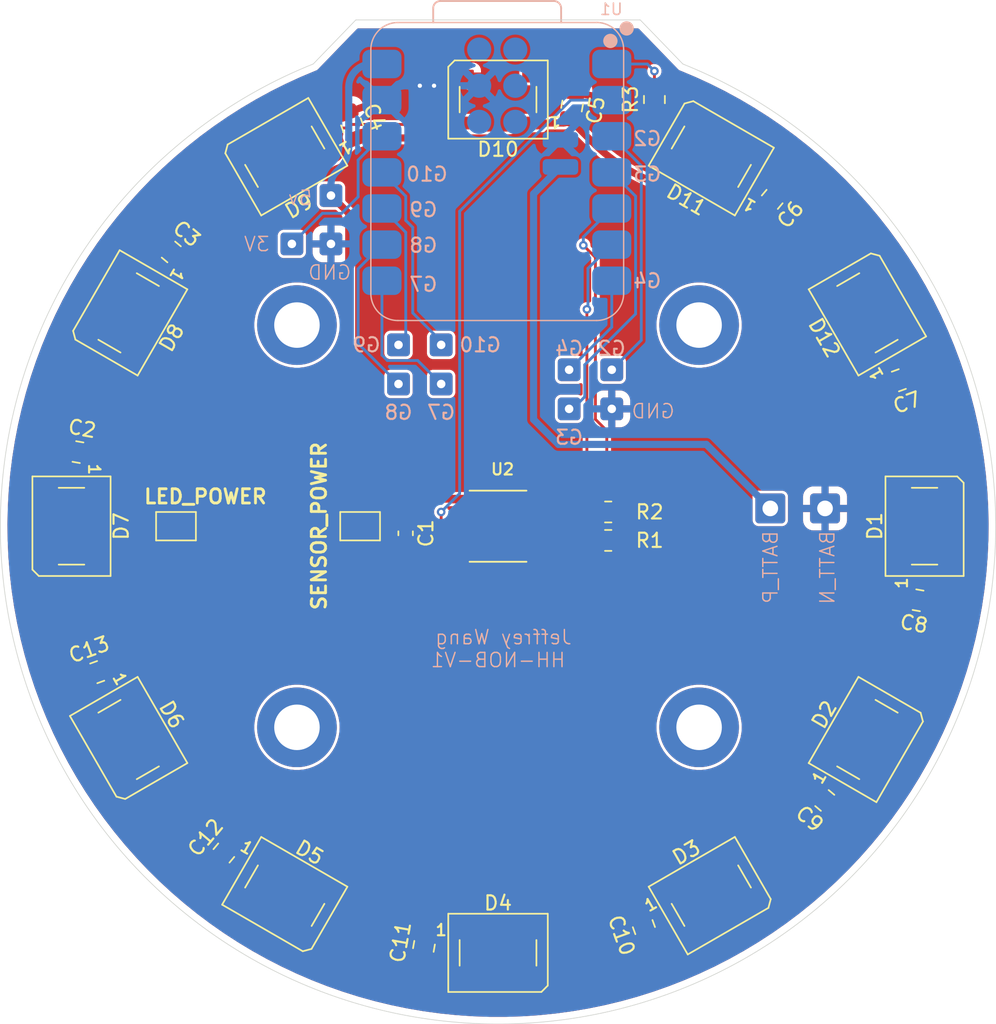
<source format=kicad_pcb>
(kicad_pcb (version 20240108) (generator "pcbnew") (generator_version "8.0")
  (layers (0 "F.Cu" signal) (31 "B.Cu" signal) (34 "B.Paste" user) (35 "F.Paste" user) (36 "B.SilkS" user "B.Silkscreen") (37 "F.SilkS" user "F.Silkscreen") (38 "B.Mask" user) (39 "F.Mask" user) (44 "Edge.Cuts" user))
  (net 0 "")
  (net 1 "Net-(D1-DOUT)")
  (net 2 "LED")
  (net 3 "Net-(D2-DOUT)")
  (net 4 "Net-(D3-DOUT)")
  (net 5 "Net-(D4-DOUT)")
  (net 6 "Net-(D5-DOUT)")
  (net 7 "Net-(D6-DOUT)")
  (net 8 "Net-(D7-DOUT)")
  (net 9 "Net-(D8-DOUT)")
  (net 10 "Net-(D10-DIN)")
  (net 11 "Net-(D11-DOUT)")
  (net 12 "AS5600_SCL")
  (net 13 "AS5600_SDA")
  (net 15 "AS5600_ANALOG")
  (net 17 "+3.3V")
  (net 23 "Net-(D1-DIN)")
  (net 25 "Net-(G2-Pin_1)")
  (net 26 "Net-(G3-Pin_1)")
  (net 27 "Net-(G4-Pin_1)")
  (net 28 "Net-(G7-Pin_1)")
  (net 29 "Net-(G8-Pin_1)")
  (net 30 "Net-(G9-Pin_1)")
  (net 31 "Net-(G10-Pin_1)")
  (net 32 "Net-(U1-GPIO2_A0_D0)")
  (net 33 "+5V")
  (net 34 "LED_G")
  (net 35 "LED_P")
  (net 36 "BAT_P")
  (net 37 "Net-(MAG_POWER1-B)")
  (footprint "Jumper:SolderJumper-2_P1.3mm_Bridged2Bar_Pad1.0x1.5mm" (layer "F.Cu") (at 107.35 70)
    (property "Reference" "LED_JUMP1" (hide yes))
    (property "Value" "Jumper_2_Bridged")
  )
  (footprint "Capacitor_SMD:C_0805_2012Metric" (layer "F.Cu") (at 101.809221 80.260604 20)
    (property "Reference" "C13")
    (property "Value" "0.1uF")
  )
  (footprint "Capacitor_SMD:C_0805_2012Metric" (layer "F.Cu") (at 124.790555 99.544233 80)
    (property "Reference" "C11")
    (property "Value" "0.1uF")
  )
  (footprint "Capacitor_SMD:C_0805_2012Metric" (layer "F.Cu") (at 100.455767 64.790555 -10)
    (property "Reference" "C2")
    (property "Value" "0.1uF")
  )
  (footprint "LED_SMD:LED_WS2812B_PLCC4_5.0x5.0mm_P3.2mm" (layer "F.Cu") (at 115 95.980762 -30)
    (property "Reference" "D5")
    (property "Value" "WS2812B")
  )
  (footprint "Jumper:SolderJumper-2_P1.3mm_Bridged2Bar_Pad1.0x1.5mm" (layer "F.Cu") (at 120.3 70)
    (property "Reference" "MAG_POWER1" (hide yes))
    (property "Value" "Jumper_2_Bridged")
  )
  (footprint "MountingHole:MountingHole_3.2mm_M3_DIN965_Pad_TopBottom" (layer "F.Cu") (at 144.142136 55.857864)
    (property "Reference" "H3" (hide yes))
    (property "Value" "MountingHole")
  )
  (footprint "Resistor_SMD:R_0805_2012Metric" (layer "F.Cu") (at 137.75 69 180)
    (property "Reference" "R1")
    (property "Value" "3.9k")
  )
  (footprint "Capacitor_SMD:C_0805_2012Metric" (layer "F.Cu") (at 141 40 90)
    (property "Reference" "R3")
    (property "Value" "500")
  )
  (footprint "LED_SMD:LED_WS2812B_PLCC4_5.0x5.0mm_P3.2mm" (layer "F.Cu") (at 100 70 -90)
    (property "Reference" "D7")
    (property "Value" "WS2812B")
  )
  (footprint "MountingHole:MountingHole_3.2mm_M3_DIN965_Pad_TopBottom" (layer "F.Cu") (at 144.142136 84.142136)
    (property "Reference" "H2" (hide yes))
    (property "Value" "MountingHole")
  )
  (footprint "LED_SMD:LED_WS2812B_PLCC4_5.0x5.0mm_P3.2mm" (layer "F.Cu") (at 145 95.980762 30)
    (property "Reference" "D3")
    (property "Value" "WS2812B")
  )
  (footprint "Library:AS5600" (layer "F.Cu") (at 130 70 -90)
    (property "Reference" "U2")
    (property "Value" "AS5600")
  )
  (footprint "MountingHole:MountingHole_3.2mm_M3_DIN965_Pad_TopBottom" (layer "F.Cu") (at 115.857864 84.142136)
    (property "Reference" "H1" (hide yes))
    (property "Value" "MountingHole")
  )
  (footprint "Capacitor_SMD:C_0603_1608Metric" (layer "F.Cu") (at 123.5 70.5 -90)
    (property "Reference" "C1")
    (property "Value" "1u")
  )
  (footprint "LED_SMD:LED_WS2812B_PLCC4_5.0x5.0mm_P3.2mm" (layer "F.Cu") (at 130 40 180)
    (property "Reference" "D10")
    (property "Value" "WS2812B")
  )
  (footprint "LED_SMD:LED_WS2812B_PLCC4_5.0x5.0mm_P3.2mm" (layer "F.Cu") (at 130 100)
    (property "Reference" "D4")
    (property "Value" "WS2812B")
  )
  (footprint "Capacitor_SMD:C_0805_2012Metric" (layer "F.Cu") (at 159.544233 75.209445 170)
    (property "Reference" "C8")
    (property "Value" "0.1uF")
  )
  (footprint "Capacitor_SMD:C_0805_2012Metric" (layer "F.Cu") (at 107.018667 50.716372 -40)
    (property "Reference" "C3")
    (property "Value" "0.1uF")
  )
  (footprint "LED_SMD:LED_WS2812B_PLCC4_5.0x5.0mm_P3.2mm" (layer "F.Cu") (at 104.019238 55 -120)
    (property "Reference" "D8")
    (property "Value" "WS2812B")
  )
  (footprint "Capacitor_SMD:C_0805_2012Metric" (layer "F.Cu") (at 140.260604 98.190779 110)
    (property "Reference" "C10")
    (property "Value" "0.1uF")
  )
  (footprint "LED_SMD:LED_WS2812B_PLCC4_5.0x5.0mm_P3.2mm" (layer "F.Cu") (at 155.980762 85 60)
    (property "Reference" "D2")
    (property "Value" "WS2812B")
  )
  (footprint "LED_SMD:LED_WS2812B_PLCC4_5.0x5.0mm_P3.2mm" (layer "F.Cu") (at 104.019238 85 -60)
    (property "Reference" "D6")
    (property "Value" "WS2812B")
  )
  (footprint "LED_SMD:LED_WS2812B_PLCC4_5.0x5.0mm_P3.2mm" (layer "F.Cu") (at 115 44.019238 -150)
    (property "Reference" "D9")
    (property "Value" "WS2812B")
  )
  (footprint "Capacitor_SMD:C_0805_2012Metric" (layer "F.Cu") (at 152.981333 89.283628 140)
    (property "Reference" "C9")
    (property "Value" "0.1uF")
  )
  (footprint "MountingHole:MountingHole_3.2mm_M3_DIN965_Pad_TopBottom" (layer "F.Cu") (at 115.857864 55.857864)
    (property "Reference" "H4" (hide yes))
    (property "Value" "MountingHole" (hide yes))
  )
  (footprint "LED_SMD:LED_WS2812B_PLCC4_5.0x5.0mm_P3.2mm" (layer "F.Cu") (at 160 70 90)
    (property "Reference" "D1")
    (property "Value" "WS2812B")
  )
  (footprint "Capacitor_SMD:C_0805_2012Metric" (layer "F.Cu") (at 119.739396 41.809221 -70)
    (property "Reference" "C4")
    (property "Value" "0.1uF")
  )
  (footprint "Resistor_SMD:R_0805_2012Metric" (layer "F.Cu") (at 137.75 71)
    (property "Reference" "R2")
    (property "Value" "3.9k")
  )
  (footprint "Capacitor_SMD:C_0805_2012Metric" (layer "F.Cu") (at 110.716372 92.981333 50)
    (property "Reference" "C12")
    (property "Value" "0.1uF")
  )
  (footprint "Capacitor_SMD:C_0805_2012Metric" (layer "F.Cu") (at 135.209445 40.455767 -100)
    (property "Reference" "C5")
    (property "Value" "0.1uF")
  )
  (footprint "LED_SMD:LED_WS2812B_PLCC4_5.0x5.0mm_P3.2mm" (layer "F.Cu") (at 155.980762 55 120)
    (property "Reference" "D12")
    (property "Value" "WS2812B")
  )
  (footprint "Capacitor_SMD:C_0805_2012Metric" (layer "F.Cu") (at 149.283628 47.018667 -130)
    (property "Reference" "C6")
    (property "Value" "0.1uF")
  )
  (footprint "LED_SMD:LED_WS2812B_PLCC4_5.0x5.0mm_P3.2mm" (layer "F.Cu") (at 145 44.019238 150)
    (property "Reference" "D11")
    (property "Value" "WS2812B")
  )
  (footprint "Capacitor_SMD:C_0805_2012Metric" (layer "F.Cu") (at 158.190779 59.739396 -160)
    (property "Reference" "C7")
    (property "Value" "0.1uF")
  )
  (footprint "Connector_Wire:SolderWire-0.1sqmm_1x01_D0.4mm_OD1mm" (layer "B.Cu") (at 123 60)
    (property "Reference" "G8")
    (property "Value" "Conn_01x01_Pin")
  )
  (footprint "Connector_Wire:SolderWire-0.1sqmm_1x01_D0.4mm_OD1mm" (layer "B.Cu") (at 123 57.25 180)
    (property "Reference" "G9")
    (property "Value" "Conn_01x01_Pin")
  )
  (footprint "Connector_Wire:SolderWire-0.1sqmm_1x01_D0.4mm_OD1mm" (layer "B.Cu") (at 118.25 50.15)
    (property "Reference" "P0" (hide yes))
    (property "Value" "Conn_01x01_Pin")
  )
  (footprint "XIAO:XIAO-ESP32C3-SMD" (layer "B.Cu") (at 130 45.08 180)
    (property "Reference" "U1")
    (property "Value" "XIAO-ESP32-C3-SMD")
  )
  (footprint "Connector_Wire:SolderWire-0.1sqmm_1x01_D0.4mm_OD1mm" (layer "B.Cu") (at 138 59 180)
    (property "Reference" "G2")
    (property "Value" "Conn_01x01_Pin")
  )
  (footprint "Connector_Wire:SolderWire-0.1sqmm_1x01_D0.4mm_OD1mm" (layer "B.Cu") (at 135 61.75 180)
    (property "Reference" "G3")
    (property "Value" "Conn_01x01_Pin")
  )
  (footprint "Connector_Wire:SolderWire-0.1sqmm_1x01_D0.4mm_OD1mm" (layer "B.Cu") (at 126 60)
    (property "Reference" "G7" (hide yes))
    (property "Value" "Conn_01x01_Pin")
  )
  (footprint "Connector_Wire:SolderWire-0.1sqmm_1x01_D0.4mm_OD1mm" (layer "B.Cu") (at 115.5 50.15 180)
    (property "Reference" "P1.5" (hide yes))
    (property "Value" "Conn_01x01_Pin")
  )
  (footprint "Connector_Wire:SolderWire-0.1sqmm_1x01_D0.4mm_OD1mm" (layer "B.Cu") (at 126 57.25 180)
    (property "Reference" "G10")
    (property "Value" "Conn_01x01_Pin")
  )
  (footprint "Connector_Wire:SolderWire-0.5sqmm_1x01_D0.9mm_OD2.1mm" (layer "B.Cu") (at 149.15 68.75)
    (property "Reference" "BAT_P1" (hide yes))
    (property "Value" "Conn_01x01_Pin")
  )
  (footprint "Connector_Wire:SolderWire-0.5sqmm_1x01_D0.9mm_OD2.1mm" (layer "B.Cu") (at 153 68.75)
    (property "Reference" "BAT_N1" (hide yes))
    (property "Value" "Conn_01x01_Pin")
  )
  (footprint "Connector_Wire:SolderWire-0.1sqmm_1x01_D0.4mm_OD1mm" (layer "B.Cu") (at 138 61.75 180)
    (property "Reference" "P10" (hide yes))
    (property "Value" "Conn_01x01_Pin")
  )
  (footprint "Connector_Wire:SolderWire-0.1sqmm_1x01_D0.4mm_OD1mm" (layer "B.Cu") (at 135 59 180)
    (property "Reference" "G4")
    (property "Value" "Conn_01x01_Pin")
  )
  (footprint "Connector_Wire:SolderWire-0.1sqmm_1x01_D0.4mm_OD1mm" (layer "B.Cu") (at 118.25 46.75)
    (property "Reference" "P1" (hide yes))
    (property "Value" "Conn_01x01_Pin")
  )
  (gr_arc (start 143 37.5) (mid 130 105.003571) (end 117 37.5) (stroke (width 0.05)) (layer "Edge.Cuts"))
  (gr_line (start 140 34.4) (end 120 34.4) (stroke (width 0.05)) (layer "Edge.Cuts"))
  (gr_line (start 143 37.5) (end 140 34.4) (stroke (width 0.05)) (layer "Edge.Cuts"))
  (gr_line (start 120 34.4) (end 117 37.5) (stroke (width 0.05)) (layer "Edge.Cuts"))
  (gr_text "GND" (at 119.75 52.75 0) (layer "B.SilkS") (effects (font (size 1 1) (thickness 0.1)) (justify left bottom mirror)))
  (gr_text "BATT_P" (at 149.75 70.25 90) (layer "B.SilkS") (effects (font (size 1 1) (thickness 0.1)) (justify left bottom mirror)))
  (gr_text "5v" (at 117 47.5 0) (layer "B.SilkS") (effects (font (size 1 1) (thickness 0.1)) (justify left bottom mirror)))
  (gr_text "BATT_N" (at 153.75 70.25 90) (layer "B.SilkS") (effects (font (size 1 1) (thickness 0.1)) (justify left bottom mirror)))
  (gr_text "Jeffrey Wang \nHH-NOB-V1" (at 130 80 -0) (layer "B.SilkS") (effects (font (size 1 1) (thickness 0.1)) (justify bottom mirror)))
  (gr_text "3V" (at 114 50.75 0) (layer "B.SilkS") (effects (font (size 1 1) (thickness 0.1)) (justify left bottom mirror)))
  (gr_text "G3" (at 140.5 45.25 0) (layer "B.SilkS") (effects (font (size 1 1)) (justify mirror)))
  (gr_text "G4" (at 140.5 52.75 0) (layer "B.SilkS") (effects (font (size 1 1)) (justify mirror)))
  (gr_text "G7" (at 124.75 53 0) (layer "B.SilkS") (effects (font (size 1 1)) (justify mirror)))
  (gr_text "G10" (at 125 45.25 0) (layer "B.SilkS") (effects (font (size 1 1)) (justify mirror)))
  (gr_text "G9" (at 124.75 47.75 0) (layer "B.SilkS") (effects (font (size 1 1)) (justify mirror)))
  (gr_text "G7" (at 126 62 0) (layer "B.SilkS") (effects (font (size 1 1)) (justify mirror)))
  (gr_text "G2" (at 140.5 42.75 0) (layer "B.SilkS") (effects (font (size 1 1)) (justify mirror)))
  (gr_text "GND" (at 142.5 62.5 0) (layer "B.SilkS") (effects (font (size 1 1) (thickness 0.1)) (justify left bottom mirror)))
  (gr_text "G8" (at 124.75 50.25 0) (layer "B.SilkS") (effects (font (size 1 1)) (justify mirror)))
  (gr_text "LED_POWER" (at 105 68.5 0) (layer "F.SilkS") (effects (font (size 1 1) (thickness 0.2) (bold yes)) (justify left bottom)))
  (gr_text "SENSOR_POWER" (at 118 76 90) (layer "F.SilkS") (effects (font (size 1 1) (thickness 0.2) (bold yes)) (justify left bottom)))
  (segment (start 159.5 74.6) (end 159.5 76) (width 0.2) (layer "F.Cu") (net 1))
  (segment (start 161.65 72.45) (end 159.5 74.6) (width 0.2) (layer "F.Cu") (net 1))
  (segment (start 155.77682 79.72318) (end 155.77682 82.053238) (width 0.2) (layer "F.Cu") (net 1))
  (segment (start 159.5 76) (end 155.77682 79.72318) (width 0.2) (layer "F.Cu") (net 1))
  (segment (start 141 40.95) (end 142.053238 42.003238) (width 0.2) (layer "F.Cu") (net 2))
  (segment (start 142.053238 42.003238) (end 142.053238 44.22318) (width 0.2) (layer "F.Cu") (net 2))
  (segment (start 156.184704 87.946762) (end 154.170072 87.946762) (width 0.2) (layer "F.Cu") (net 3))
  (segment (start 148.790014 93.32682) (end 146.296762 93.32682) (width 0.2) (layer "F.Cu") (net 3))
  (segment (start 154.170072 87.946762) (end 148.790014 93.32682) (width 0.2) (layer "F.Cu") (net 3))
  (segment (start 140.148837 98.131449) (end 139.930286 98.35) (width 0.2) (layer "F.Cu") (net 4))
  (segment (start 143.199983 98.131449) (end 140.148837 98.131449) (width 0.2) (layer "F.Cu") (net 4))
  (segment (start 139.930286 98.35) (end 132.45 98.35) (width 0.2) (layer "F.Cu") (net 4))
  (segment (start 143.703238 98.634704) (end 143.199983 98.131449) (width 0.2) (layer "F.Cu") (net 4))
  (segment (start 127.55 101.65) (end 125.4 99.5) (width 0.2) (layer "F.Cu") (net 5))
  (segment (start 119.77682 95.77682) (end 117.946762 95.77682) (width 0.2) (layer "F.Cu") (net 5))
  (segment (start 123.5 99.5) (end 119.77682 95.77682) (width 0.2) (layer "F.Cu") (net 5))
  (segment (start 125.4 99.5) (end 123.5 99.5) (width 0.2) (layer "F.Cu") (net 5))
  (segment (start 112.053238 94.466326) (end 106.67318 89.086268) (width 0.2) (layer "F.Cu") (net 6))
  (segment (start 106.67318 89.086268) (end 106.67318 86.296762) (width 0.2) (layer "F.Cu") (net 6))
  (segment (start 112.053238 96.184704) (end 112.053238 94.466326) (width 0.2) (layer "F.Cu") (net 6))
  (segment (start 101.365296 82.814952) (end 101.868551 82.311697) (width 0.2) (layer "F.Cu") (net 7))
  (segment (start 101.65 79.930286) (end 101.65 72.45) (width 0.2) (layer "F.Cu") (net 7))
  (segment (start 101.868551 82.311697) (end 101.868551 80.148837) (width 0.2) (layer "F.Cu") (net 7))
  (segment (start 101.365296 83.703238) (end 101.365296 82.814952) (width 0.2) (layer "F.Cu") (net 7))
  (segment (start 101.868551 80.148837) (end 101.65 79.930286) (width 0.2) (layer "F.Cu") (net 7))
  (segment (start 100.512171 65.387829) (end 100.512171 63.487829) (width 0.2) (layer "F.Cu") (net 8))
  (segment (start 104.22318 59.77682) (end 104.22318 57.946762) (width 0.2) (layer "F.Cu") (net 8))
  (segment (start 100.512171 63.487829) (end 104.22318 59.77682) (width 0.2) (layer "F.Cu") (net 8))
  (segment (start 98.35 67.55) (end 100.512171 65.387829) (width 0.2) (layer "F.Cu") (net 8))
  (segment (start 111.209986 46.67318) (end 113.703238 46.67318) (width 0.2) (layer "F.Cu") (net 9))
  (segment (start 105.829928 52.053238) (end 111.209986 46.67318) (width 0.2) (layer "F.Cu") (net 9))
  (segment (start 103.815296 52.053238) (end 105.829928 52.053238) (width 0.2) (layer "F.Cu") (net 9))
  (segment (start 116.296762 41.365296) (end 116.931466 42) (width 0.2) (layer "F.Cu") (net 10))
  (segment (start 127.450109 41.749891) (end 127.55 41.65) (width 0.2) (layer "F.Cu") (net 10))
  (segment (start 119.37752 42) (end 119.627629 41.749891) (width 0.2) (layer "F.Cu") (net 10))
  (segment (start 119.627629 41.749891) (end 127.450109 41.749891) (width 0.2) (layer "F.Cu") (net 10))
  (segment (start 116.931466 42) (end 119.37752 42) (width 0.2) (layer "F.Cu") (net 10))
  (segment (start 147.946762 43.815296) (end 147.946762 45.696762) (width 0.2) (layer "F.Cu") (net 11))
  (segment (start 147.946762 45.696762) (end 153.32682 51.07682) (width 0.2) (layer "F.Cu") (net 11))
  (segment (start 153.32682 51.07682) (end 153.32682 53.703238) (width 0.2) (layer "F.Cu") (net 11))
  (segment (start 136.25 68.4125) (end 136.8375 69) (width 0.2) (layer "F.Cu") (net 12))
  (segment (start 136.25 54.75) (end 136.25 68.4125) (width 0.2) (layer "F.Cu") (net 12))
  (segment (start 132.7 69.365) (end 136.4725 69.365) (width 0.2) (layer "F.Cu") (net 12))
  (segment (start 136.4725 69.365) (end 136.8375 69) (width 0.2) (layer "F.Cu") (net 12))
  (via (at 136.25 54.75) (size 0.6) (drill 0.3) (layers "F.Cu" "B.Cu") (net 12))
  (segment (start 136.325 51.875) (end 138 50.2) (width 0.2) (layer "B.Cu") (net 12))
  (segment (start 136.25 54.75) (end 136.325 54.675) (width 0.2) (layer "B.Cu") (net 12))
  (segment (start 136.325 54.675) (end 136.325 51.875) (width 0.2) (layer "B.Cu") (net 12))
  (segment (start 136.8375 71) (end 137.65 70.1875) (width 0.2) (layer "F.Cu") (net 13))
  (segment (start 137.65 70.1875) (end 137.65 63.284744) (width 0.2) (layer "F.Cu") (net 13))
  (segment (start 136.85 62.484744) (end 136.85 51.1) (width 0.2) (layer "F.Cu") (net 13))
  (segment (start 136.4725 70.635) (end 136.8375 71) (width 0.2) (layer "F.Cu") (net 13))
  (segment (start 136.85 51.1) (end 136 50.25) (width 0.2) (layer "F.Cu") (net 13))
  (segment (start 132.7 70.635) (end 136.4725 70.635) (width 0.2) (layer "F.Cu") (net 13))
  (segment (start 137.65 63.284744) (end 136.85 62.484744) (width 0.2) (layer "F.Cu") (net 13))
  (via (at 136 50.25) (size 0.6) (drill 0.3) (layers "F.Cu" "B.Cu") (net 13))
  (segment (start 136 50.25) (end 136 49.66) (width 0.2) (layer "B.Cu") (net 13))
  (segment (start 136 49.66) (end 138 47.66) (width 0.2) (layer "B.Cu") (net 13))
  (segment (start 126.97 70.635) (end 127.3 70.635) (width 0.2) (layer "F.Cu") (net 15))
  (segment (start 126 69) (end 126 69.665) (width 0.2) (layer "F.Cu") (net 15))
  (segment (start 126 69.665) (end 126.97 70.635) (width 0.2) (layer "F.Cu") (net 15))
  (via (at 126 69) (size 0.6) (drill 0.3) (layers "F.Cu" "B.Cu") (net 15))
  (segment (start 127.3 47.852208) (end 135.112208 40.04) (width 0.2) (layer "B.Cu") (net 15))
  (segment (start 127.3 67.7) (end 127.3 47.852208) (width 0.2) (layer "B.Cu") (net 15))
  (segment (start 126 69) (end 127.3 67.7) (width 0.2) (layer "B.Cu") (net 15))
  (segment (start 135.112208 40.04) (end 138 40.04) (width 0.2) (layer "B.Cu") (net 15))
  (segment (start 117.65 48) (end 115.5 50.15) (width 0.2) (layer "B.Cu") (net 17))
  (segment (start 120.16 46.84) (end 119 48) (width 0.2) (layer "B.Cu") (net 17))
  (segment (start 120.16 44.255) (end 120.16 46.84) (width 0.2) (layer "B.Cu") (net 17))
  (segment (start 119 48) (end 117.65 48) (width 0.2) (layer "B.Cu") (net 17))
  (segment (start 121.835 42.58) (end 120.16 44.255) (width 0.2) (layer "B.Cu") (net 17))
  (segment (start 158.634704 56.296762) (end 158.131449 56.800017) (width 0.2) (layer "F.Cu") (net 23))
  (segment (start 158.131449 59.851163) (end 158.35 60.069714) (width 0.2) (layer "F.Cu") (net 23))
  (segment (start 158.131449 56.800017) (end 158.131449 59.851163) (width 0.2) (layer "F.Cu") (net 23))
  (segment (start 158.35 60.069714) (end 158.35 67.55) (width 0.2) (layer "F.Cu") (net 23))
  (segment (start 140.075 56.925) (end 140.075 44.655) (width 0.2) (layer "B.Cu") (net 25))
  (segment (start 138 59) (end 140.075 56.925) (width 0.2) (layer "B.Cu") (net 25))
  (segment (start 140.075 44.655) (end 138 42.58) (width 0.2) (layer "B.Cu") (net 25))
  (segment (start 139.675 46.795) (end 139.675 55.075) (width 0.2) (layer "B.Cu") (net 26))
  (segment (start 136.1 60.9) (end 135 62) (width 0.2) (layer "B.Cu") (net 26))
  (segment (start 138 45.12) (end 139.675 46.795) (width 0.2) (layer "B.Cu") (net 26))
  (segment (start 136.1 58.65) (end 136.1 60.9) (width 0.2) (layer "B.Cu") (net 26))
  (segment (start 139.675 55.075) (end 136.1 58.65) (width 0.2) (layer "B.Cu") (net 26))
  (segment (start 135 59) (end 138 56) (width 0.2) (layer "B.Cu") (net 27))
  (segment (start 138 56) (end 138 52.74) (width 0.2) (layer "B.Cu") (net 27))
  (segment (start 126 60) (end 124.35 58.35) (width 0.2) (layer "B.Cu") (net 28))
  (segment (start 122.215256 58.35) (end 121.835 57.969744) (width 0.2) (layer "B.Cu") (net 28))
  (segment (start 121.835 57.969744) (end 121.835 52.74) (width 0.2) (layer "B.Cu") (net 28))
  (segment (start 124.35 58.35) (end 122.215256 58.35) (width 0.2) (layer "B.Cu") (net 28))
  (segment (start 120.16 57.16) (end 123 60) (width 0.2) (layer "B.Cu") (net 29))
  (segment (start 121.835 50.226358) (end 120.16 51.901358) (width 0.2) (layer "B.Cu") (net 29))
  (segment (start 121.835 50.2) (end 121.835 50.226358) (width 0.2) (layer "B.Cu") (net 29))
  (segment (start 120.16 51.901358) (end 120.16 57.16) (width 0.2) (layer "B.Cu") (net 29))
  (segment (start 123.51 56.49) (end 123.51 49.335) (width 0.2) (layer "B.Cu") (net 30))
  (segment (start 123.51 49.335) (end 121.835 47.66) (width 0.2) (layer "B.Cu") (net 30))
  (segment (start 123 57) (end 123.51 56.49) (width 0.2) (layer "B.Cu") (net 30))
  (segment (start 123.51 48.498642) (end 124 48.988642) (width 0.2) (layer "B.Cu") (net 31))
  (segment (start 124 48.988642) (end 124 55) (width 0.2) (layer "B.Cu") (net 31))
  (segment (start 123.51 46.795) (end 123.51 48.498642) (width 0.2) (layer "B.Cu") (net 31))
  (segment (start 121.835 45.12) (end 123.51 46.795) (width 0.2) (layer "B.Cu") (net 31))
  (segment (start 124 55) (end 126 57) (width 0.2) (layer "B.Cu") (net 31))
  (segment (start 141 38) (end 141 39.05) (width 0.2) (layer "F.Cu") (net 32))
  (via (at 141 38) (size 0.6) (drill 0.3) (layers "F.Cu" "B.Cu") (net 32))
  (segment (start 140.5 37.5) (end 141 38) (width 0.2) (layer "B.Cu") (net 32))
  (segment (start 138 37.5) (end 140.5 37.5) (width 0.2) (layer "B.Cu") (net 32))
  (segment (start 119.5 65.725) (end 119.5 58) (width 0.5) (layer "F.Cu") (net 33))
  (segment (start 119.65 70) (end 119.65 65.875) (width 0.5) (layer "F.Cu") (net 33))
  (segment (start 119.5 48) (end 118.25 46.75) (width 0.5) (layer "F.Cu") (net 33))
  (segment (start 108 70) (end 115.225 70) (width 0.5) (layer "F.Cu") (net 33))
  (segment (start 119.65 65.875) (end 119.5 65.725) (width 0.5) (layer "F.Cu") (net 33))
  (segment (start 115.225 70) (end 119.5 65.725) (width 0.5) (layer "F.Cu") (net 33))
  (segment (start 119.5 58) (end 119.5 48) (width 0.5) (layer "F.Cu") (net 33))
  (segment (start 118.875 44.84818) (end 118.613036 45.110144) (width 0.5) (layer "B.Cu") (net 33))
  (segment (start 121.138823 37.5) (end 121.835 37.5) (width 0.5) (layer "B.Cu") (net 33))
  (segment (start 119.5 43.339296) (end 119.5 39.138822) (width 0.5) (layer "B.Cu") (net 33))
  (segment (start 118.25 45.98659) (end 118.25 46.5) (width 0.5) (layer "B.Cu") (net 33))
  (arc (start 118.875 44.84818) (mid 119.337568 44.155898) (end 119.5 43.339296) (width 0.5) (layer "B.Cu") (net 33))
  (arc (start 121.138823 37.5) (mid 120.511673 37.624747) (end 119.98 37.98) (width 0.5) (layer "B.Cu") (net 33))
  (arc (start 119.98 37.98) (mid 119.624748 38.511672) (end 119.5 39.138822) (width 0.5) (layer "B.Cu") (net 33))
  (arc (start 118.25 45.98659) (mid 118.34435 45.51226) (end 118.613036 45.110144) (width 0.5) (layer "B.Cu") (net 33))
  (segment (start 124.575477 71.905) (end 127.3 71.905) (width 0.5) (layer "F.Cu") (net 34))
  (segment (start 123.815 71.59) (end 123.5 71.275) (width 0.5) (layer "F.Cu") (net 34))
  (via (at 124.5 39.028) (size 0.6) (drill 0.3) (layers "F.Cu" "B.Cu") (net 34))
  (via (at 125.5 39.028) (size 0.6) (drill 0.3) (layers "F.Cu" "B.Cu") (net 34))
  (arc (start 123.815 71.59) (mid 124.163909 71.823134) (end 124.575477 71.905) (width 0.5) (layer "F.Cu") (net 34))
  (segment (start 125.5 39.028) (end 125.345301 39.028) (width 0.5) (layer "B.Cu") (net 34))
  (segment (start 124.097137 39.028) (end 123.94441 39.028) (width 0.5) (layer "B.Cu") (net 34))
  (segment (start 124.249864 39.028) (end 124.5 39.028) (width 0.5) (layer "B.Cu") (net 34))
  (segment (start 123.791683 39.028) (end 123.638956 39.028) (width 0.5) (layer "B.Cu") (net 34))
  (segment (start 127.625988 39.028) (end 127.981812 39.028) (width 0.5) (layer "B.Cu") (net 34))
  (segment (start 127.625988 39.028) (end 126.951261 39.028) (width 0.5) (layer "B.Cu") (net 34))
  (segment (start 126.951261 39.028) (end 126.276534 39.028) (width 0.5) (layer "B.Cu") (net 34))
  (segment (start 123.791683 39.028) (end 123.94441 39.028) (width 0.5) (layer "B.Cu") (net 34))
  (segment (start 128.443937 39.028) (end 128.675 39.028) (width 0.5) (layer "B.Cu") (net 34))
  (segment (start 125.345301 39.028) (end 125.035903 39.028) (width 0.5) (layer "B.Cu") (net 34))
  (segment (start 123.562593 39.028) (end 123.638956 39.028) (width 0.5) (layer "B.Cu") (net 34))
  (segment (start 124.926612 39.028) (end 125.035903 39.028) (width 0.5) (layer "B.Cu") (net 34))
  (segment (start 124.249864 39.028) (end 124.097137 39.028) (width 0.5) (layer "B.Cu") (net 34))
  (segment (start 124.642204 39.028) (end 124.5 39.028) (width 0.5) (layer "B.Cu") (net 34))
  (segment (start 122.341 39.534) (end 121.835 40.04) (width 0.5) (layer "B.Cu") (net 34))
  (segment (start 128.443937 39.028) (end 127.981812 39.028) (width 0.5) (layer "B.Cu") (net 34))
  (segment (start 125.5 39.028) (end 126.276534 39.028) (width 0.5) (layer "B.Cu") (net 34))
  (segment (start 124.926612 39.028) (end 124.642204 39.028) (width 0.5) (layer "B.Cu") (net 34))
  (arc (start 123.562593 39.028) (mid 122.901472 39.159505) (end 122.341 39.534) (width 0.5) (layer "B.Cu") (net 34))
  (segment (start 146.96752 90.862538) (end 142.264063 95.565995) (width 0.5) (layer "F.Cu") (net 35))
  (segment (start 123.895385 97.54853) (end 124.826188 98.479333) (width 0.5) (layer "F.Cu") (net 35))
  (segment (start 157.298071 60.064315) (end 157.298071 70.654244) (width 0.5) (layer "F.Cu") (net 35))
  (segment (start 141.246112 95.987644) (end 139.935685 97.298071) (width 0.5) (layer "F.Cu") (net 35))
  (segment (start 155.565996 57.735937) (end 150.401873 52.571814) (width 0.5) (layer "F.Cu") (net 35))
  (segment (start 113.051744 93.32682) (end 113.703238 93.32682) (width 0.5) (layer "F.Cu") (net 35))
  (segment (start 113.032369 49.137573) (end 117.795143 44.374799) (width 0.5) (layer "F.Cu") (net 35))
  (segment (start 153.32682 85.645267) (end 153.32682 86.948256) (width 0.5) (layer "F.Cu") (net 35))
  (segment (start 101.685813 65.25) (end 101.391334 64.955521) (width 0.5) (layer "F.Cu") (net 35))
  (segment (start 102.701929 72) (end 102.701929 70.089472) (width 0.5) (layer "F.Cu") (net 35))
  (segment (start 109.137499 86.967556) (end 104.434005 82.264062) (width 0.5) (layer "F.Cu") (net 35))
  (segment (start 104.1 70) (end 101.65 67.55) (width 0.5) (layer "F.Cu") (net 35))
  (segment (start 104.012356 81.246111) (end 102.701929 79.935685) (width 0.5) (layer "F.Cu") (net 35))
  (segment (start 118.244913 44.22318) (end 118.161184 44.22318) (width 0.5) (layer "F.Cu") (net 35))
  (segment (start 106.67318 53.051743) (end 106.67318 53.214616) (width 0.5) (layer "F.Cu") (net 35))
  (segment (start 101.65 65.397091) (end 101.65 67.55) (width 0.5) (layer "F.Cu") (net 35))
  (segment (start 120.064315 42.701929) (end 118.753889 44.012355) (width 0.5) (layer "F.Cu") (net 35))
  (segment (start 102.701929 72) (end 102.701929 71.398071) (width 0.5) (layer "F.Cu") (net 35))
  (segment (start 102.701929 79.935685) (end 102.701929 72) (width 0.5) (layer "F.Cu") (net 35))
  (segment (start 157.824036 71.924035) (end 158.35 72.45) (width 0.5) (layer "F.Cu") (net 35))
  (segment (start 107.746409 51.32702) (end 107.133857 51.939572) (width 0.5) (layer "F.Cu") (net 35))
  (segment (start 106.67318 53.214616) (end 106.67318 53.540363) (width 0.5) (layer "F.Cu") (net 35))
  (segment (start 125.397092 98.35) (end 127.55 98.35) (width 0.5) (layer "F.Cu") (net 35))
  (segment (start 111.32702 92.253591) (end 111.939573 92.866143) (width 0.5) (layer "F.Cu") (net 35))
  (segment (start 139.935685 97.298071) (end 130.089583 97.298071) (width 0.5) (layer "F.Cu") (net 35))
  (segment (start 146.833377 47.209794) (end 146.909315 47.285732) (width 0.5) (layer "F.Cu") (net 35))
  (segment (start 157.298071 60.064315) (end 155.987645 58.753888) (width 0.5) (layer "F.Cu") (net 35))
  (segment (start 102.451437 63.895418) (end 101.391334 64.955521) (width 0.5) (layer "F.Cu") (net 35))
  (segment (start 158.35 72.45) (end 158.35 74.602908) (width 0.5) (layer "F.Cu") (net 35))
  (segment (start 120.064315 42.701929) (end 130.654245 42.701929) (width 0.5) (layer "F.Cu") (net 35))
  (segment (start 136.641262 42.988117) (end 135.173812 41.520667) (width 0.5) (layer "F.Cu") (net 35))
  (segment (start 134.602909 41.65) (end 132.45 41.65) (width 0.5) (layer "F.Cu") (net 35))
  (segment (start 106.75 53.780058) (end 106.67318 53.703238) (width 0.5) (layer "F.Cu") (net 35))
  (segment (start 106.67318 53.540363) (end 106.67318 54.028984) (width 0.5) (layer "F.Cu") (net 35))
  (segment (start 131.924036 42.175964) (end 132.45 41.65) (width 0.5) (layer "F.Cu") (net 35))
  (segment (start 157.087848 76.565297) (end 158.479333 75.173812) (width 0.5) (layer "F.Cu") (net 35))
  (segment (start 106.7 70) (end 104.1 70) (width 0.5) (layer "F.Cu") (net 35))
  (segment (start 102.701929 71.398071) (end 104.1 70) (width 0.5) (layer "F.Cu") (net 35))
  (segment (start 152.866144 88.060427) (end 152.253591 88.67298) (width 0.5) (layer "F.Cu") (net 35))
  (arc (start 158.479333 74.915146) (mid 158.383613 74.77189) (end 158.35 74.602908) (width 0.5) (layer "F.Cu") (net 35))
  (arc (start 155.77682 58.244913) (mid 155.831612 58.520368) (end 155.987645 58.753888) (width 0.5) (layer "F.Cu") (net 35))
  (arc (start 134.602909 41.65) (mid 134.771891 41.616387) (end 134.915146 41.520667) (width 0.5) (layer "F.Cu") (net 35))
  (arc (start 157.824036 71.924035) (mid 157.434765 71.34145) (end 157.298071 70.654244) (width 0.5) (layer "F.Cu") (net 35))
  (arc (start 104.22318 81.755087) (mid 104.277972 82.030542) (end 104.434005 82.264062) (width 0.5) (layer "F.Cu") (net 35))
  (arc (start 101.520667 65.084854) (mid 101.467096 64.955521) (end 101.520667 64.826188) (width 0.5) (layer "F.Cu") (net 35))
  (arc (start 102.701929 70.089472) (mid 102.428561 68.71516) (end 101.65 67.55) (width 0.5) (layer "F.Cu") (net 35))
  (arc (start 125.397092 98.35) (mid 125.22811 98.383612) (end 125.084854 98.479333) (width 0.5) (layer "F.Cu") (net 35))
  (arc (start 118.753889 44.012355) (mid 118.520369 44.168388) (end 118.244913 44.22318) (width 0.5) (layer "F.Cu") (net 35))
  (arc (start 148.67298 48.397903) (mid 149.122305 50.656807) (end 150.401873 52.571814) (width 0.5) (layer "F.Cu") (net 35))
  (arc (start 118.098381 44.374799) (mid 118.079129 44.278007) (end 118.161184 44.22318) (width 0.5) (layer "F.Cu") (net 35))
  (arc (start 158.479333 74.915146) (mid 158.532905 75.044479) (end 158.479333 75.173812) (width 0.5) (layer "F.Cu") (net 35))
  (arc (start 124.826188 98.479333) (mid 124.955521 98.532904) (end 125.084854 98.479333) (width 0.5) (layer "F.Cu") (net 35))
  (arc (start 148.67298 48.397903) (mid 148.482162 47.937227) (end 148.021486 47.746409) (width 0.5) (layer "F.Cu") (net 35))
  (arc (start 136.641262 42.988117) (mid 140.723024 45.715463) (end 145.537875 46.67318) (width 0.5) (layer "F.Cu") (net 35))
  (arc (start 155.77682 58.244913) (mid 155.722029 57.969457) (end 155.565996 57.735937) (width 0.5) (layer "F.Cu") (net 35))
  (arc (start 109.137499 86.967556) (mid 110.757981 89.392779) (end 111.32702 92.253591) (width 0.5) (layer "F.Cu") (net 35))
  (arc (start 113.032369 49.137573) (mid 110.607185 50.758018) (end 107.746409 51.32702) (width 0.5) (layer "F.Cu") (net 35))
  (arc (start 152.866144 88.060427) (mid 153.207095 87.550158) (end 153.32682 86.948256) (width 0.5) (layer "F.Cu") (net 35))
  (arc (start 146.833377 47.209794) (mid 146.238996 46.812641) (end 145.537875 46.67318) (width 0.5) (layer "F.Cu") (net 35))
  (arc (start 130.089583 97.298071) (mid 128.71517 97.571459) (end 127.55 98.35) (width 0.5) (layer "F.Cu") (net 35))
  (arc (start 135.173812 41.520667) (mid 135.044479 41.467095) (end 134.915146 41.520667) (width 0.5) (layer "F.Cu") (net 35))
  (arc (start 113.051744 93.32682) (mid 112.449842 93.207093) (end 111.939573 92.866143) (width 0.5) (layer "F.Cu") (net 35))
  (arc (start 117.795143 44.374799) (mid 117.963084 44.262584) (end 118.161184 44.22318) (width 0.5) (layer "F.Cu") (net 35))
  (arc (start 152.253591 88.67298) (mid 149.392784 89.242028) (end 146.96752 90.862538) (width 0.5) (layer "F.Cu") (net 35))
  (arc (start 113.703238 93.32682) (mid 119.219206 94.424007) (end 123.895385 97.54853) (width 0.5) (layer "F.Cu") (net 35))
  (arc (start 130.654245 42.701929) (mid 131.341451 42.565235) (end 131.924036 42.175964) (width 0.5) (layer "F.Cu") (net 35))
  (arc (start 146.909315 47.285732) (mid 147.419584 47.626682) (end 148.021486 47.746409) (width 0.5) (layer "F.Cu") (net 35))
  (arc (start 106.67318 53.703238) (mid 105.575985 59.219199) (end 102.451437 63.895418) (width 0.5) (layer "F.Cu") (net 35))
  (arc (start 153.32682 85.645267) (mid 154.30428 80.731201) (end 157.087848 76.565297) (width 0.5) (layer "F.Cu") (net 35))
  (arc (start 101.520667 65.084854) (mid 101.616388 65.228109) (end 101.65 65.397091) (width 0.5) (layer "F.Cu") (net 35))
  (arc (start 142.264063 95.565995) (mid 142.030543 95.722028) (end 141.755087 95.77682) (width 0.5) (layer "F.Cu") (net 35))
  (arc (start 141.246112 95.987644) (mid 141.479632 95.831611) (end 141.755087 95.77682) (width 0.5) (layer "F.Cu") (net 35))
  (arc (start 104.012356 81.246111) (mid 104.168389 81.479631) (end 104.22318 81.755087) (width 0.5) (layer "F.Cu") (net 35))
  (arc (start 118.098381 44.374799) (mid 117.946762 44.311996) (end 117.795143 44.374799) (width 0.5) (layer "F.Cu") (net 35))
  (arc (start 107.133857 51.939572) (mid 106.792907 52.44984) (end 106.67318 53.051743) (width 0.5) (layer "F.Cu") (net 35))
  (segment (start 132.5 46.628) (end 134.39 44.738) (width 0.5) (layer "B.Cu") (net 36))
  (segment (start 149.15 68.75) (end 144.65 64.25) (width 0.5) (layer "B.Cu") (net 36))
  (segment (start 132.5 62.5) (end 132.5 46.628) (width 0.5) (layer "B.Cu") (net 36))
  (segment (start 144.65 64.25) (end 134.25 64.25) (width 0.5) (layer "B.Cu") (net 36))
  (segment (start 134.25 64.25) (end 132.5 62.5) (width 0.5) (layer "B.Cu") (net 36))
  (segment (start 122.575 70.65) (end 121.6 70.65) (width 0.5) (layer "F.Cu") (net 37))
  (segment (start 122.575 70.65) (end 122.575 74.325) (width 0.5) (layer "F.Cu") (net 37))
  (segment (start 138.6625 71) (end 138.6625 69) (width 0.5) (layer "F.Cu") (net 37))
  (segment (start 123.5 69.7375) (end 123.5 69.725) (width 0.5) (layer "F.Cu") (net 37))
  (segment (start 138.6625 71) (end 138.6625 72.3375) (width 0.5) (layer "F.Cu") (net 37))
  (segment (start 125.13 68.095) (end 123.5 69.725) (width 0.5) (layer "F.Cu") (net 37))
  (segment (start 122.575 74.325) (end 123.5 75.25) (width 0.5) (layer "F.Cu") (net 37))
  (segment (start 123.5 69.725) (end 122.575 70.65) (width 0.5) (layer "F.Cu") (net 37))
  (segment (start 138.6625 72.3375) (end 135.75 75.25) (width 0.5) (layer "F.Cu") (net 37))
  (segment (start 135.75 75.25) (end 123.5 75.25) (width 0.5) (layer "F.Cu") (net 37))
  (segment (start 121.6 70.65) (end 120.95 70) (width 0.5) (layer "F.Cu") (net 37))
  (segment (start 127.3 68.095) (end 125.13 68.095) (width 0.5) (layer "F.Cu") (net 37))
  (zone (net 34) (net_name "LED_G") (layers "F&B.Cu") (priority 1) (connect_pads (clearance 0)) (min_thickness 0.25) (fill yes (thermal_gap 0.5) (thermal_bridge_width 0.5))
    (polygon (pts (xy 95 35) (xy 165 35) (xy 165 105) (xy 95 105)))
  )
)
</source>
